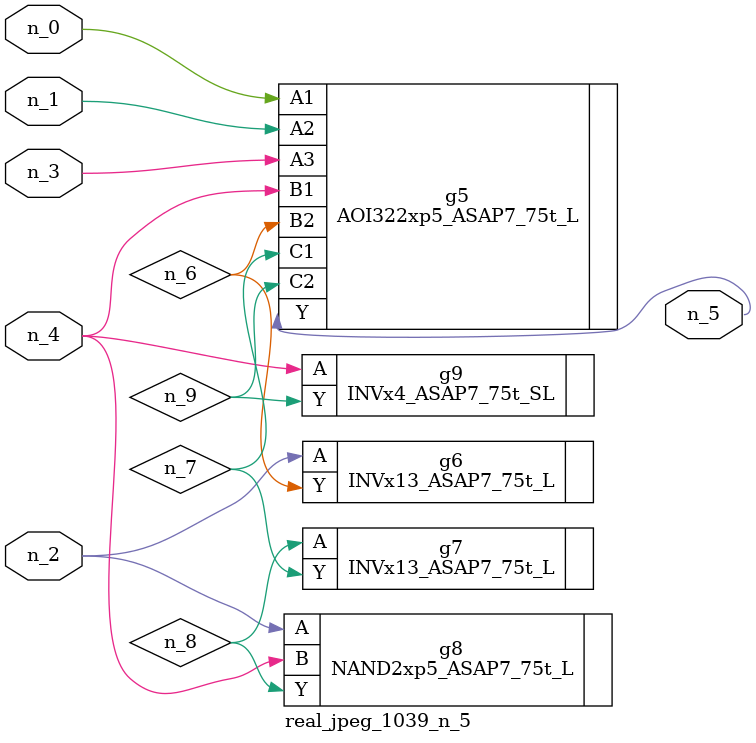
<source format=v>
module real_jpeg_1039_n_5 (n_4, n_0, n_1, n_2, n_3, n_5);

input n_4;
input n_0;
input n_1;
input n_2;
input n_3;

output n_5;

wire n_8;
wire n_6;
wire n_7;
wire n_9;

AOI322xp5_ASAP7_75t_L g5 ( 
.A1(n_0),
.A2(n_1),
.A3(n_3),
.B1(n_4),
.B2(n_6),
.C1(n_7),
.C2(n_9),
.Y(n_5)
);

INVx13_ASAP7_75t_L g6 ( 
.A(n_2),
.Y(n_6)
);

NAND2xp5_ASAP7_75t_L g8 ( 
.A(n_2),
.B(n_4),
.Y(n_8)
);

INVx4_ASAP7_75t_SL g9 ( 
.A(n_4),
.Y(n_9)
);

INVx13_ASAP7_75t_L g7 ( 
.A(n_8),
.Y(n_7)
);


endmodule
</source>
